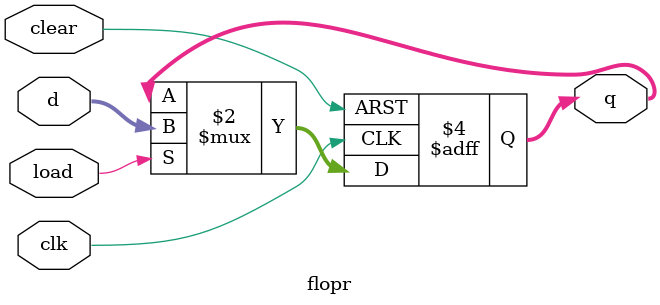
<source format=v>
/* Reiner Dizon
 * Simple 8-bit microprocessor (MP-8)
 * Resettable Flip-Flop Module 
 * (Accumulator & Instruction Register)
 */
module flopr(
	input clk, clear, load,	// clock, clear, & load
	input [7:0] d,			// data in
	output reg [7:0] q		// data out
);
	// used for Accumulator & Instruction Register
	always @(posedge clk, posedge clear)
		if(clear) q <= 0;
		else if(load) q <= d;
endmodule
</source>
